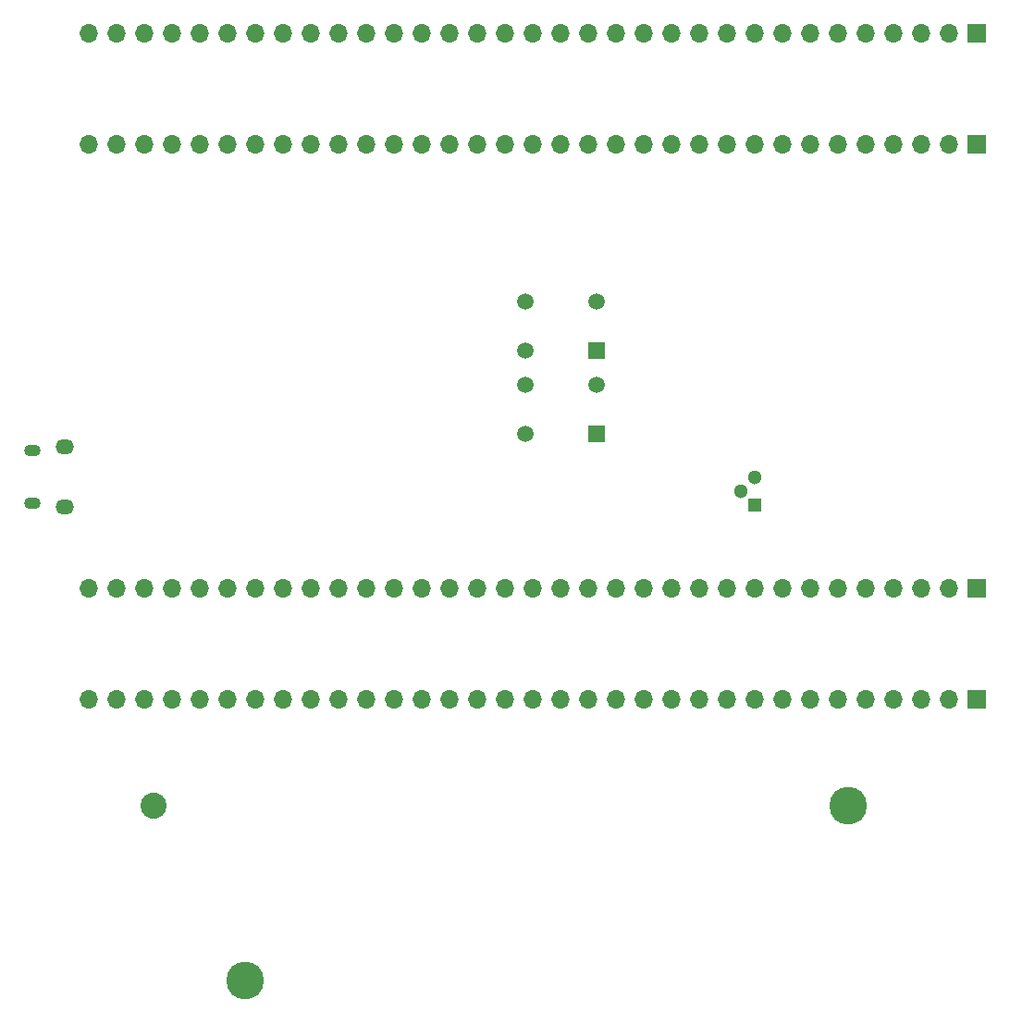
<source format=gbr>
%TF.GenerationSoftware,KiCad,Pcbnew,(6.0.2)*%
%TF.CreationDate,2022-04-08T22:25:30+02:00*%
%TF.ProjectId,main,6d61696e-2e6b-4696-9361-645f70636258,rev?*%
%TF.SameCoordinates,Original*%
%TF.FileFunction,Soldermask,Bot*%
%TF.FilePolarity,Negative*%
%FSLAX46Y46*%
G04 Gerber Fmt 4.6, Leading zero omitted, Abs format (unit mm)*
G04 Created by KiCad (PCBNEW (6.0.2)) date 2022-04-08 22:25:30*
%MOMM*%
%LPD*%
G01*
G04 APERTURE LIST*
%ADD10C,3.450000*%
%ADD11C,2.390000*%
%ADD12R,1.700000X1.700000*%
%ADD13O,1.700000X1.700000*%
%ADD14R,1.498000X1.498000*%
%ADD15C,1.498000*%
%ADD16O,1.500000X1.100000*%
%ADD17O,1.700000X1.350000*%
%ADD18R,1.300000X1.300000*%
%ADD19C,1.300000*%
G04 APERTURE END LIST*
D10*
%TO.C,BT1*%
X133650000Y-137540000D03*
D11*
X125320000Y-121540000D03*
D10*
X188850000Y-121540000D03*
%TD*%
D12*
%TO.C,J2*%
X200660000Y-60960000D03*
D13*
X198120000Y-60960000D03*
X195580000Y-60960000D03*
X193040000Y-60960000D03*
X190500000Y-60960000D03*
X187960000Y-60960000D03*
X185420000Y-60960000D03*
X182880000Y-60960000D03*
X180340000Y-60960000D03*
X177800000Y-60960000D03*
X175260000Y-60960000D03*
X172720000Y-60960000D03*
X170180000Y-60960000D03*
X167640000Y-60960000D03*
X165100000Y-60960000D03*
X162560000Y-60960000D03*
X160020000Y-60960000D03*
X157480000Y-60960000D03*
X154940000Y-60960000D03*
X152400000Y-60960000D03*
X149860000Y-60960000D03*
X147320000Y-60960000D03*
X144780000Y-60960000D03*
X142240000Y-60960000D03*
X139700000Y-60960000D03*
X137160000Y-60960000D03*
X134620000Y-60960000D03*
X132080000Y-60960000D03*
X129540000Y-60960000D03*
X127000000Y-60960000D03*
X124460000Y-60960000D03*
X121920000Y-60960000D03*
X119380000Y-60960000D03*
%TD*%
D14*
%TO.C,SW2*%
X165810000Y-87495000D03*
D15*
X159310000Y-87495000D03*
X165810000Y-82995000D03*
X159310000Y-82995000D03*
%TD*%
D12*
%TO.C,J1*%
X200660000Y-50800000D03*
D13*
X198120000Y-50800000D03*
X195580000Y-50800000D03*
X193040000Y-50800000D03*
X190500000Y-50800000D03*
X187960000Y-50800000D03*
X185420000Y-50800000D03*
X182880000Y-50800000D03*
X180340000Y-50800000D03*
X177800000Y-50800000D03*
X175260000Y-50800000D03*
X172720000Y-50800000D03*
X170180000Y-50800000D03*
X167640000Y-50800000D03*
X165100000Y-50800000D03*
X162560000Y-50800000D03*
X160020000Y-50800000D03*
X157480000Y-50800000D03*
X154940000Y-50800000D03*
X152400000Y-50800000D03*
X149860000Y-50800000D03*
X147320000Y-50800000D03*
X144780000Y-50800000D03*
X142240000Y-50800000D03*
X139700000Y-50800000D03*
X137160000Y-50800000D03*
X134620000Y-50800000D03*
X132080000Y-50800000D03*
X129540000Y-50800000D03*
X127000000Y-50800000D03*
X124460000Y-50800000D03*
X121920000Y-50800000D03*
X119380000Y-50800000D03*
%TD*%
D14*
%TO.C,SW1*%
X165810000Y-79875000D03*
D15*
X159310000Y-79875000D03*
X165810000Y-75375000D03*
X159310000Y-75375000D03*
%TD*%
D16*
%TO.C,J5*%
X114180000Y-93835000D03*
X114180000Y-88995000D03*
D17*
X117180000Y-94145000D03*
X117180000Y-88685000D03*
%TD*%
D12*
%TO.C,J4*%
X200660000Y-111760000D03*
D13*
X198120000Y-111760000D03*
X195580000Y-111760000D03*
X193040000Y-111760000D03*
X190500000Y-111760000D03*
X187960000Y-111760000D03*
X185420000Y-111760000D03*
X182880000Y-111760000D03*
X180340000Y-111760000D03*
X177800000Y-111760000D03*
X175260000Y-111760000D03*
X172720000Y-111760000D03*
X170180000Y-111760000D03*
X167640000Y-111760000D03*
X165100000Y-111760000D03*
X162560000Y-111760000D03*
X160020000Y-111760000D03*
X157480000Y-111760000D03*
X154940000Y-111760000D03*
X152400000Y-111760000D03*
X149860000Y-111760000D03*
X147320000Y-111760000D03*
X144780000Y-111760000D03*
X142240000Y-111760000D03*
X139700000Y-111760000D03*
X137160000Y-111760000D03*
X134620000Y-111760000D03*
X132080000Y-111760000D03*
X129540000Y-111760000D03*
X127000000Y-111760000D03*
X124460000Y-111760000D03*
X121920000Y-111760000D03*
X119380000Y-111760000D03*
%TD*%
D12*
%TO.C,J3*%
X200660000Y-101600000D03*
D13*
X198120000Y-101600000D03*
X195580000Y-101600000D03*
X193040000Y-101600000D03*
X190500000Y-101600000D03*
X187960000Y-101600000D03*
X185420000Y-101600000D03*
X182880000Y-101600000D03*
X180340000Y-101600000D03*
X177800000Y-101600000D03*
X175260000Y-101600000D03*
X172720000Y-101600000D03*
X170180000Y-101600000D03*
X167640000Y-101600000D03*
X165100000Y-101600000D03*
X162560000Y-101600000D03*
X160020000Y-101600000D03*
X157480000Y-101600000D03*
X154940000Y-101600000D03*
X152400000Y-101600000D03*
X149860000Y-101600000D03*
X147320000Y-101600000D03*
X144780000Y-101600000D03*
X142240000Y-101600000D03*
X139700000Y-101600000D03*
X137160000Y-101600000D03*
X134620000Y-101600000D03*
X132080000Y-101600000D03*
X129540000Y-101600000D03*
X127000000Y-101600000D03*
X124460000Y-101600000D03*
X121920000Y-101600000D03*
X119380000Y-101600000D03*
%TD*%
D18*
%TO.C,Q1*%
X180340000Y-93980000D03*
D19*
X179070000Y-92710000D03*
X180340000Y-91440000D03*
%TD*%
M02*

</source>
